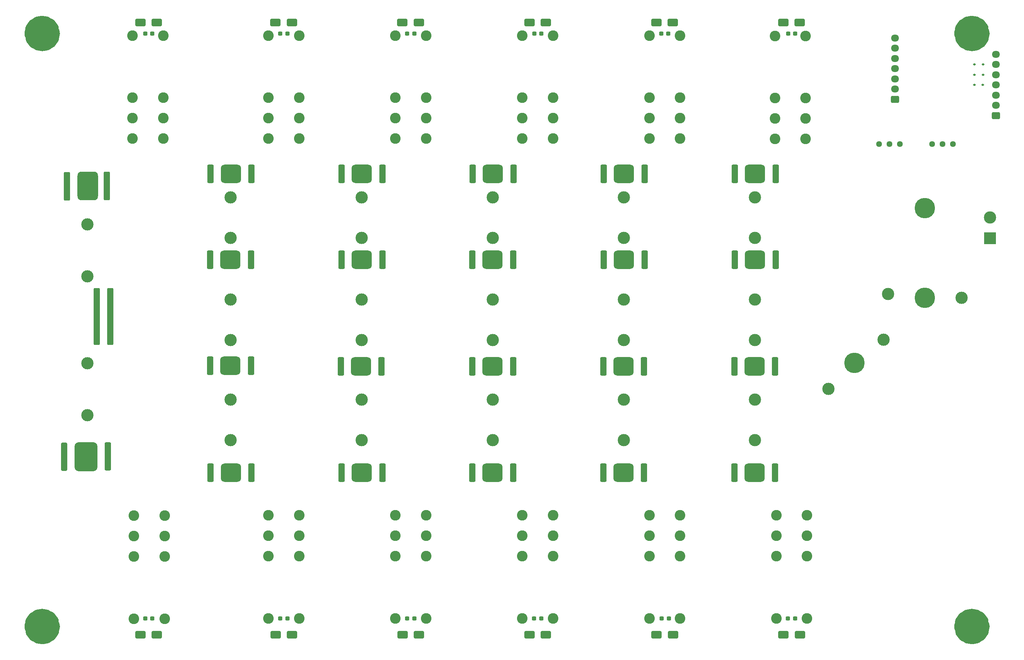
<source format=gbr>
%TF.GenerationSoftware,KiCad,Pcbnew,7.0.10*%
%TF.CreationDate,2024-05-11T12:56:43+02:00*%
%TF.ProjectId,LPF_HF+6,4c50465f-4846-42b3-962e-6b696361645f,rev?*%
%TF.SameCoordinates,Original*%
%TF.FileFunction,Soldermask,Bot*%
%TF.FilePolarity,Negative*%
%FSLAX46Y46*%
G04 Gerber Fmt 4.6, Leading zero omitted, Abs format (unit mm)*
G04 Created by KiCad (PCBNEW 7.0.10) date 2024-05-11 12:56:43*
%MOMM*%
%LPD*%
G01*
G04 APERTURE LIST*
G04 Aperture macros list*
%AMRoundRect*
0 Rectangle with rounded corners*
0 $1 Rounding radius*
0 $2 $3 $4 $5 $6 $7 $8 $9 X,Y pos of 4 corners*
0 Add a 4 corners polygon primitive as box body*
4,1,4,$2,$3,$4,$5,$6,$7,$8,$9,$2,$3,0*
0 Add four circle primitives for the rounded corners*
1,1,$1+$1,$2,$3*
1,1,$1+$1,$4,$5*
1,1,$1+$1,$6,$7*
1,1,$1+$1,$8,$9*
0 Add four rect primitives between the rounded corners*
20,1,$1+$1,$2,$3,$4,$5,0*
20,1,$1+$1,$4,$5,$6,$7,0*
20,1,$1+$1,$6,$7,$8,$9,0*
20,1,$1+$1,$8,$9,$2,$3,0*%
G04 Aperture macros list end*
%ADD10C,4.344165*%
%ADD11C,2.600000*%
%ADD12C,3.000000*%
%ADD13C,1.440000*%
%ADD14RoundRect,0.250000X0.725000X-0.600000X0.725000X0.600000X-0.725000X0.600000X-0.725000X-0.600000X0*%
%ADD15O,1.950000X1.700000*%
%ADD16R,3.000000X3.000000*%
%ADD17C,5.000000*%
%ADD18RoundRect,0.279245X-0.460755X-6.695755X0.460755X-6.695755X0.460755X6.695755X-0.460755X6.695755X0*%
%ADD19RoundRect,0.286792X-0.473208X-6.688208X0.473208X-6.688208X0.473208X6.688208X-0.473208X6.688208X0*%
%ADD20RoundRect,0.849056X1.600944X1.400944X-1.600944X1.400944X-1.600944X-1.400944X1.600944X-1.400944X0*%
%ADD21RoundRect,0.301886X0.498114X1.948114X-0.498114X1.948114X-0.498114X-1.948114X0.498114X-1.948114X0*%
%ADD22RoundRect,0.290094X-0.478656X-1.959906X0.478656X-1.959906X0.478656X1.959906X-0.478656X1.959906X0*%
%ADD23RoundRect,0.250000X-1.000000X-0.650000X1.000000X-0.650000X1.000000X0.650000X-1.000000X0.650000X0*%
%ADD24RoundRect,0.943395X1.556605X2.556605X-1.556605X2.556605X-1.556605X-2.556605X1.556605X-2.556605X0*%
%ADD25RoundRect,0.286792X0.473208X3.213208X-0.473208X3.213208X-0.473208X-3.213208X0.473208X-3.213208X0*%
%ADD26RoundRect,0.250000X1.000000X0.650000X-1.000000X0.650000X-1.000000X-0.650000X1.000000X-0.650000X0*%
%ADD27RoundRect,0.112500X0.187500X0.112500X-0.187500X0.112500X-0.187500X-0.112500X0.187500X-0.112500X0*%
%ADD28RoundRect,0.237500X0.300000X0.237500X-0.300000X0.237500X-0.300000X-0.237500X0.300000X-0.237500X0*%
%ADD29RoundRect,0.237500X-0.300000X-0.237500X0.300000X-0.237500X0.300000X0.237500X-0.300000X0.237500X0*%
%ADD30RoundRect,1.056602X1.743398X2.493398X-1.743398X2.493398X-1.743398X-2.493398X1.743398X-2.493398X0*%
%ADD31RoundRect,0.292452X0.482548X3.145048X-0.482548X3.145048X-0.482548X-3.145048X0.482548X-3.145048X0*%
%ADD32RoundRect,0.283019X0.466981X3.166981X-0.466981X3.166981X-0.466981X-3.166981X0.466981X-3.166981X0*%
G04 APERTURE END LIST*
D10*
X335828482Y-61267154D02*
G75*
G03*
X331484318Y-61267154I-2172082J0D01*
G01*
X331484318Y-61267154D02*
G75*
G03*
X335828482Y-61267154I2172082J0D01*
G01*
X108828482Y-61267154D02*
G75*
G03*
X104484318Y-61267154I-2172082J0D01*
G01*
X104484318Y-61267154D02*
G75*
G03*
X108828482Y-61267154I2172082J0D01*
G01*
X108828482Y-206267154D02*
G75*
G03*
X104484318Y-206267154I-2172082J0D01*
G01*
X104484318Y-206267154D02*
G75*
G03*
X108828482Y-206267154I2172082J0D01*
G01*
X335828482Y-206267154D02*
G75*
G03*
X331484318Y-206267154I-2172082J0D01*
G01*
X331484318Y-206267154D02*
G75*
G03*
X335828482Y-206267154I2172082J0D01*
G01*
D11*
%TO.C,REL3*%
X223906400Y-204267154D03*
X231406400Y-204267154D03*
X231406400Y-189067154D03*
X231406400Y-184067154D03*
X231406400Y-179067154D03*
X223906400Y-189067154D03*
X223906400Y-184067154D03*
X223906400Y-179067154D03*
%TD*%
D12*
%TO.C,L7*%
X280656400Y-136216901D03*
X280656400Y-126317407D03*
%TD*%
D13*
%TO.C,RV1*%
X323926200Y-88314754D03*
X326466200Y-88314754D03*
X329006200Y-88314754D03*
%TD*%
D12*
%TO.C,L9*%
X216656400Y-136216901D03*
X216656400Y-126317407D03*
%TD*%
%TO.C,L5*%
X152656400Y-160716901D03*
X152656400Y-150817407D03*
%TD*%
D11*
%TO.C,REL9*%
X231406400Y-61767154D03*
X223906400Y-61767154D03*
X223906400Y-76967154D03*
X223906400Y-81967154D03*
X223906400Y-86967154D03*
X231406400Y-76967154D03*
X231406400Y-81967154D03*
X231406400Y-86967154D03*
%TD*%
D12*
%TO.C,L4*%
X184656400Y-160716901D03*
X184656400Y-150817407D03*
%TD*%
D14*
%TO.C,J1*%
X339496400Y-81340554D03*
D15*
X339496400Y-78840554D03*
X339496400Y-76340554D03*
X339496400Y-73840554D03*
X339496400Y-71340554D03*
X339496400Y-68840554D03*
X339496400Y-66340554D03*
%TD*%
D14*
%TO.C,J4*%
X314863200Y-77374354D03*
D15*
X314863200Y-74874354D03*
X314863200Y-72374354D03*
X314863200Y-69874354D03*
X314863200Y-67374354D03*
X314863200Y-64874354D03*
X314863200Y-62374354D03*
%TD*%
D11*
%TO.C,REL10*%
X200406400Y-61767154D03*
X192906400Y-61767154D03*
X192906400Y-76967154D03*
X192906400Y-81967154D03*
X192906400Y-86967154D03*
X200406400Y-76967154D03*
X200406400Y-81967154D03*
X200406400Y-86967154D03*
%TD*%
%TO.C,REL8*%
X262406400Y-61767154D03*
X254906400Y-61767154D03*
X254906400Y-76967154D03*
X254906400Y-81967154D03*
X254906400Y-86967154D03*
X262406400Y-76967154D03*
X262406400Y-81967154D03*
X262406400Y-86967154D03*
%TD*%
D12*
%TO.C,L2*%
X248656400Y-160716901D03*
X248656400Y-150817407D03*
%TD*%
D11*
%TO.C,REL1*%
X285906400Y-204267154D03*
X293406400Y-204267154D03*
X293406400Y-189067154D03*
X293406400Y-184067154D03*
X293406400Y-179067154D03*
X285906400Y-189067154D03*
X285906400Y-184067154D03*
X285906400Y-179067154D03*
%TD*%
%TO.C,REL7*%
X293056000Y-61862154D03*
X285556000Y-61862154D03*
X285556000Y-77062154D03*
X285556000Y-82062154D03*
X285556000Y-87062154D03*
X293056000Y-77062154D03*
X293056000Y-82062154D03*
X293056000Y-87062154D03*
%TD*%
%TO.C,REL2*%
X254906400Y-204267154D03*
X262406400Y-204267154D03*
X262406400Y-189067154D03*
X262406400Y-184067154D03*
X262406400Y-179067154D03*
X254906400Y-189067154D03*
X254906400Y-184067154D03*
X254906400Y-179067154D03*
%TD*%
D12*
%TO.C,L15*%
X216656400Y-111216901D03*
X216656400Y-101317407D03*
%TD*%
D11*
%TO.C,REL6*%
X129057400Y-204367354D03*
X136557400Y-204367354D03*
X136557400Y-189167354D03*
X136557400Y-184167354D03*
X136557400Y-179167354D03*
X129057400Y-189167354D03*
X129057400Y-184167354D03*
X129057400Y-179167354D03*
%TD*%
%TO.C,REL4*%
X192906400Y-204267154D03*
X200406400Y-204267154D03*
X200406400Y-189067154D03*
X200406400Y-184067154D03*
X200406400Y-179067154D03*
X192906400Y-189067154D03*
X192906400Y-184067154D03*
X192906400Y-179067154D03*
%TD*%
%TO.C,REL12*%
X136211000Y-61767154D03*
X128711000Y-61767154D03*
X128711000Y-76967154D03*
X128711000Y-81967154D03*
X128711000Y-86967154D03*
X136211000Y-76967154D03*
X136211000Y-81967154D03*
X136211000Y-86967154D03*
%TD*%
D16*
%TO.C,J2*%
X338099400Y-111301754D03*
D12*
X338099400Y-106221754D03*
%TD*%
%TO.C,L6*%
X117656400Y-154631115D03*
X117656400Y-141903193D03*
%TD*%
D11*
%TO.C,REL5*%
X161906400Y-204267154D03*
X169406400Y-204267154D03*
X169406400Y-189067154D03*
X169406400Y-184067154D03*
X169406400Y-179067154D03*
X161906400Y-189067154D03*
X161906400Y-184067154D03*
X161906400Y-179067154D03*
%TD*%
D17*
%TO.C,L19*%
X304997425Y-141826779D03*
D12*
X312068493Y-136169925D03*
X298633464Y-148190740D03*
%TD*%
%TO.C,L1*%
X280656400Y-160716901D03*
X280656400Y-150817407D03*
%TD*%
%TO.C,L14*%
X248656400Y-111216901D03*
X248656400Y-101317407D03*
%TD*%
D17*
%TO.C,L18*%
X322165600Y-125933954D03*
X322165600Y-103933954D03*
D12*
X313165600Y-124933954D03*
X331165600Y-125933954D03*
%TD*%
%TO.C,L3*%
X216656400Y-160716901D03*
X216656400Y-150817407D03*
%TD*%
%TO.C,L17*%
X152656400Y-111216901D03*
X152656400Y-101317407D03*
%TD*%
%TO.C,L16*%
X184656400Y-111216901D03*
X184656400Y-101317407D03*
%TD*%
D13*
%TO.C,RV2*%
X310946800Y-88289354D03*
X313486800Y-88289354D03*
X316026800Y-88289354D03*
%TD*%
D12*
%TO.C,L11*%
X152656400Y-136216901D03*
X152656400Y-126317407D03*
%TD*%
D11*
%TO.C,REL11*%
X169406400Y-61767154D03*
X161906400Y-61767154D03*
X161906400Y-76967154D03*
X161906400Y-81967154D03*
X161906400Y-86967154D03*
X169406400Y-76967154D03*
X169406400Y-81967154D03*
X169406400Y-86967154D03*
%TD*%
D12*
%TO.C,L13*%
X280656400Y-111216901D03*
X280656400Y-101317407D03*
%TD*%
%TO.C,L10*%
X184656400Y-136216901D03*
X184656400Y-126317407D03*
%TD*%
%TO.C,L8*%
X248656400Y-136216901D03*
X248656400Y-126317407D03*
%TD*%
%TO.C,L12*%
X117656400Y-120631115D03*
X117656400Y-107903193D03*
%TD*%
D18*
%TO.C,C32*%
X119996400Y-130492154D03*
D19*
X123296400Y-130492154D03*
%TD*%
D20*
%TO.C,C25*%
X152706400Y-168617154D03*
D21*
X147753900Y-168617154D03*
D22*
X157725150Y-168617154D03*
%TD*%
D20*
%TO.C,C43*%
X152706400Y-95617154D03*
D21*
X147753900Y-95617154D03*
D22*
X157725150Y-95617154D03*
%TD*%
D20*
%TO.C,C22*%
X248606400Y-168617154D03*
D21*
X243653900Y-168617154D03*
D22*
X253625150Y-168617154D03*
%TD*%
D23*
%TO.C,D15*%
X130610800Y-58545954D03*
X134610800Y-58545954D03*
%TD*%
D24*
%TO.C,C38*%
X117756400Y-98567154D03*
D25*
X122445148Y-98567154D03*
X112696400Y-98617154D03*
%TD*%
D20*
%TO.C,C21*%
X280606400Y-168617154D03*
D21*
X275653900Y-168617154D03*
D22*
X285625150Y-168617154D03*
%TD*%
D26*
%TO.C,D6*%
X134656400Y-208267154D03*
X130656400Y-208267154D03*
%TD*%
D20*
%TO.C,C31*%
X152606400Y-142517154D03*
D21*
X147653900Y-142517154D03*
D22*
X157625150Y-142517154D03*
%TD*%
D27*
%TO.C,D8*%
X336331000Y-73790754D03*
X334231000Y-73790754D03*
%TD*%
D28*
%TO.C,C6*%
X133518900Y-204267154D03*
X131793900Y-204267154D03*
%TD*%
D23*
%TO.C,D12*%
X225610800Y-58545954D03*
X229610800Y-58545954D03*
%TD*%
D20*
%TO.C,C28*%
X248606400Y-142617154D03*
D21*
X243653900Y-142617154D03*
D22*
X253625150Y-142617154D03*
%TD*%
D20*
%TO.C,C27*%
X280606400Y-142617154D03*
D21*
X275653900Y-142617154D03*
D22*
X285625150Y-142617154D03*
%TD*%
D20*
%TO.C,C30*%
X184506400Y-142617154D03*
D21*
X179553900Y-142617154D03*
D22*
X189525150Y-142617154D03*
%TD*%
D29*
%TO.C,C10*%
X257793900Y-61267154D03*
X259518900Y-61267154D03*
%TD*%
D20*
%TO.C,C29*%
X216606400Y-142617154D03*
D21*
X211653900Y-142617154D03*
D22*
X221625150Y-142617154D03*
%TD*%
D20*
%TO.C,C41*%
X216706400Y-95617154D03*
D21*
X211753900Y-95617154D03*
D22*
X221725150Y-95617154D03*
%TD*%
D26*
%TO.C,D2*%
X260656400Y-208267154D03*
X256656400Y-208267154D03*
%TD*%
D20*
%TO.C,C42*%
X184706400Y-95617154D03*
D21*
X179753900Y-95617154D03*
D22*
X189725150Y-95617154D03*
%TD*%
D20*
%TO.C,C35*%
X216606400Y-116617154D03*
D21*
X211653900Y-116617154D03*
D22*
X221625150Y-116617154D03*
%TD*%
D28*
%TO.C,C3*%
X228497300Y-204267154D03*
X226772300Y-204267154D03*
%TD*%
D27*
%TO.C,D9*%
X336381800Y-71326954D03*
X334281800Y-71326954D03*
%TD*%
D20*
%TO.C,C24*%
X184706400Y-168617154D03*
D21*
X179753900Y-168617154D03*
D22*
X189725150Y-168617154D03*
%TD*%
D30*
%TO.C,C26*%
X117356400Y-164717154D03*
D31*
X122681400Y-164629654D03*
D32*
X111986400Y-164717154D03*
%TD*%
D23*
%TO.C,D13*%
X194610800Y-58545954D03*
X198610800Y-58545954D03*
%TD*%
%TO.C,D14*%
X163610800Y-58545954D03*
X167610800Y-58545954D03*
%TD*%
D26*
%TO.C,D1*%
X291661600Y-208267154D03*
X287661600Y-208267154D03*
%TD*%
D29*
%TO.C,C13*%
X164793900Y-61267154D03*
X166518900Y-61267154D03*
%TD*%
D26*
%TO.C,D5*%
X167656400Y-208267154D03*
X163656400Y-208267154D03*
%TD*%
D28*
%TO.C,C1*%
X290473300Y-204267154D03*
X288748300Y-204267154D03*
%TD*%
%TO.C,C4*%
X197518900Y-204267154D03*
X195793900Y-204267154D03*
%TD*%
D26*
%TO.C,D3*%
X229656400Y-208267154D03*
X225656400Y-208267154D03*
%TD*%
D20*
%TO.C,C33*%
X280706400Y-116617154D03*
D21*
X275753900Y-116617154D03*
D22*
X285725150Y-116617154D03*
%TD*%
D28*
%TO.C,C2*%
X259637700Y-204267154D03*
X257912700Y-204267154D03*
%TD*%
D26*
%TO.C,D4*%
X198656400Y-208267154D03*
X194656400Y-208267154D03*
%TD*%
D20*
%TO.C,C39*%
X280706400Y-95617154D03*
D21*
X275753900Y-95617154D03*
D22*
X285725150Y-95617154D03*
%TD*%
D20*
%TO.C,C40*%
X248706400Y-95617154D03*
D21*
X243753900Y-95617154D03*
D22*
X253725150Y-95617154D03*
%TD*%
D20*
%TO.C,C36*%
X184706400Y-116617154D03*
D21*
X179753900Y-116617154D03*
D22*
X189725150Y-116617154D03*
%TD*%
D23*
%TO.C,D11*%
X256610800Y-58545954D03*
X260610800Y-58545954D03*
%TD*%
D20*
%TO.C,C34*%
X248706400Y-116617154D03*
D21*
X243753900Y-116617154D03*
D22*
X253725150Y-116617154D03*
%TD*%
D23*
%TO.C,D10*%
X287610800Y-58545954D03*
X291610800Y-58545954D03*
%TD*%
D29*
%TO.C,C11*%
X226793900Y-61267154D03*
X228518900Y-61267154D03*
%TD*%
D20*
%TO.C,C37*%
X152606400Y-116617154D03*
D21*
X147653900Y-116617154D03*
D22*
X157625150Y-116617154D03*
%TD*%
D29*
%TO.C,C9*%
X288793900Y-61267154D03*
X290518900Y-61267154D03*
%TD*%
%TO.C,C14*%
X131793900Y-61267154D03*
X133518900Y-61267154D03*
%TD*%
D20*
%TO.C,C23*%
X216606400Y-168617154D03*
D21*
X211653900Y-168617154D03*
D22*
X221625150Y-168617154D03*
%TD*%
D27*
%TO.C,D7*%
X336407200Y-68863154D03*
X334307200Y-68863154D03*
%TD*%
D28*
%TO.C,C5*%
X166518900Y-204267154D03*
X164793900Y-204267154D03*
%TD*%
D29*
%TO.C,C12*%
X195793900Y-61267154D03*
X197518900Y-61267154D03*
%TD*%
M02*

</source>
